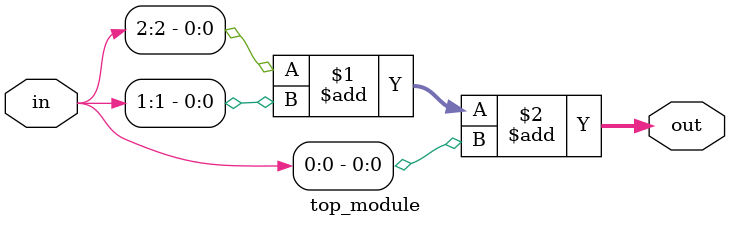
<source format=v>
module top_module( 
    input [2:0] in,
    output [1:0] out );

    assign out = in[2] + in[1] + in[0];
endmodule

</source>
